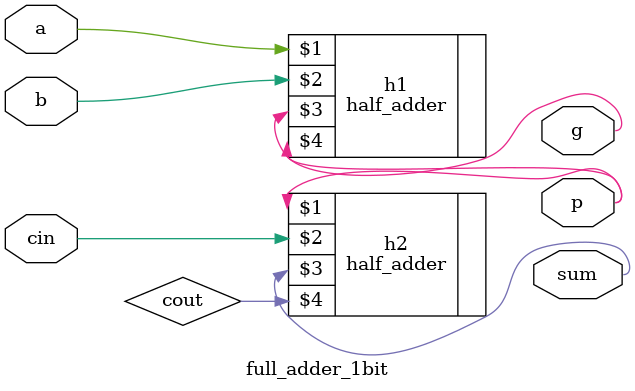
<source format=v>
module full_adder_1bit(
    input wire a,
    input wire b,
    input wire cin,
    output wire g,
    output wire p,
    output wire sum
);
    wire cout;
    half_adder h1(a, b, p, g);
    half_adder h2(p, cin, sum, cout);

endmodule
</source>
